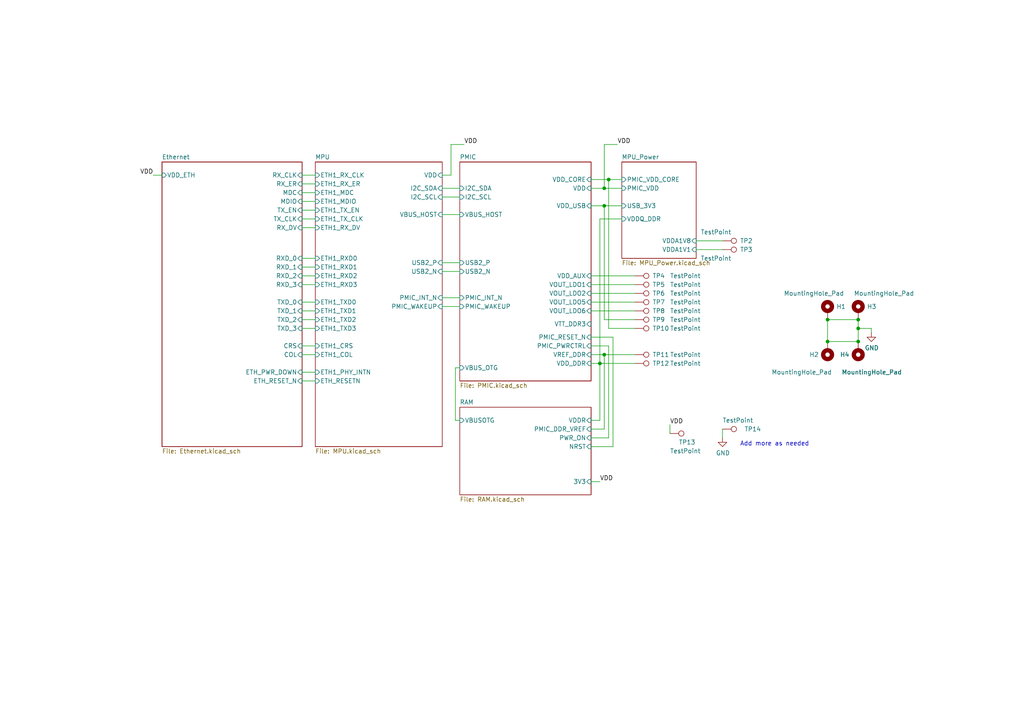
<source format=kicad_sch>
(kicad_sch (version 20211123) (generator eeschema)
  (paper "A4")
  (lib_symbols
    (symbol "Connector:TestPoint" (pin_numbers hide) (pin_names (offset 0.762) hide)
      (property "Reference" "TP" (at 0 6.858 0))
      (property "Value" "Connector_TestPoint" (at 0 5.08 0))
      (symbol "TestPoint_0_1"
        (circle (center 0 3.302) (radius 0.762))
      )
      (symbol "TestPoint_1_1"
        (pin passive line (at 0 0 90) (length 2.54) (name "1") (number "1"))
      )
    )
    (symbol "Mechanical:MountingHole_Pad" (pin_numbers hide) (pin_names (offset 1.016) hide)
      (property "Reference" "H" (at 0 6.35 0))
      (property "Value" "Mechanical_MountingHole_Pad" (at 0 4.445 0))
      (symbol "MountingHole_Pad_0_1"
        (circle (center 0 1.27) (radius 1.27) (stroke (width 1.27)))
      )
      (symbol "MountingHole_Pad_1_1"
        (pin input line (at 0 -2.54 90) (length 2.54) (name "1") (number "1"))
      )
    )
    (symbol "power:GND" (power) (pin_names (offset 0))
      (property "Value" "power_GND" (at 0 -3.81 0))
      (symbol "GND_0_1"
        (polyline (pts (xy 0 0) (xy 0 -1.27) (xy 1.27 -1.27) (xy 0 -2.54) (xy -1.27 -1.27) (xy 0 -1.27)))
      )
      (symbol "GND_1_1"
        (pin power_in line (at 0 0 270) (length 0) hide (name "GND") (number "1"))
      )
    )
  )
  (junction (at 248.92 95.25))
  (junction (at 240.03 99.06))
  (junction (at 248.92 99.06))
  (junction (at 175.26 59.69))
  (junction (at 175.26 102.87))
  (junction (at 176.53 52.07))
  (junction (at 173.99 105.41))
  (junction (at 240.03 92.71))
  (junction (at 248.92 92.71))
  (junction (at 175.26 54.61))
  (wire (pts (xy 176.53 127) (xy 176.53 100.33)))
  (wire (pts (xy 87.63 95.25) (xy 91.44 95.25)))
  (wire (pts (xy 87.63 82.55) (xy 91.44 82.55)))
  (wire (pts (xy 87.63 58.42) (xy 91.44 58.42)))
  (wire (pts (xy 87.63 60.96) (xy 91.44 60.96)))
  (wire (pts (xy 173.99 105.41) (xy 173.99 63.5)))
  (wire (pts (xy 176.53 52.07) (xy 180.34 52.07)))
  (wire (pts (xy 128.27 57.15) (xy 133.35 57.15)))
  (wire (pts (xy 87.63 107.95) (xy 91.44 107.95)))
  (wire (pts (xy 132.08 106.68) (xy 132.08 121.92)))
  (wire (pts (xy 175.26 54.61) (xy 180.34 54.61)))
  (wire (pts (xy 248.92 95.25) (xy 252.73 95.25)))
  (wire (pts (xy 133.35 62.23) (xy 128.27 62.23)))
  (wire (pts (xy 171.45 85.09) (xy 184.15 85.09)))
  (wire (pts (xy 87.63 77.47) (xy 91.44 77.47)))
  (wire (pts (xy 171.45 82.55) (xy 184.15 82.55)))
  (wire (pts (xy 134.62 41.91) (xy 130.81 41.91)))
  (wire (pts (xy 87.63 55.88) (xy 91.44 55.88)))
  (wire (pts (xy 173.99 63.5) (xy 180.34 63.5)))
  (wire (pts (xy 171.45 59.69) (xy 175.26 59.69)))
  (wire (pts (xy 175.26 59.69) (xy 180.34 59.69)))
  (wire (pts (xy 248.92 92.71) (xy 240.03 92.71)))
  (wire (pts (xy 87.63 66.04) (xy 91.44 66.04)))
  (wire (pts (xy 173.99 105.41) (xy 184.15 105.41)))
  (wire (pts (xy 87.63 100.33) (xy 91.44 100.33)))
  (wire (pts (xy 44.45 50.8) (xy 46.99 50.8)))
  (wire (pts (xy 248.92 95.25) (xy 248.92 92.71)))
  (wire (pts (xy 87.63 80.01) (xy 91.44 80.01)))
  (wire (pts (xy 171.45 127) (xy 176.53 127)))
  (wire (pts (xy 184.15 80.01) (xy 171.45 80.01)))
  (wire (pts (xy 240.03 99.06) (xy 248.92 99.06)))
  (wire (pts (xy 173.99 105.41) (xy 171.45 105.41)))
  (wire (pts (xy 175.26 92.71) (xy 175.26 59.69)))
  (wire (pts (xy 173.99 139.7) (xy 171.45 139.7)))
  (wire (pts (xy 171.45 129.54) (xy 177.8 129.54)))
  (wire (pts (xy 87.63 50.8) (xy 91.44 50.8)))
  (wire (pts (xy 171.45 87.63) (xy 184.15 87.63)))
  (wire (pts (xy 184.15 92.71) (xy 175.26 92.71)))
  (wire (pts (xy 128.27 50.8) (xy 130.81 50.8)))
  (wire (pts (xy 240.03 92.71) (xy 240.03 99.06)))
  (wire (pts (xy 132.08 121.92) (xy 133.35 121.92)))
  (wire (pts (xy 252.73 95.25) (xy 252.73 96.52)))
  (wire (pts (xy 177.8 97.79) (xy 171.45 97.79)))
  (wire (pts (xy 175.26 41.91) (xy 179.07 41.91)))
  (wire (pts (xy 87.63 110.49) (xy 91.44 110.49)))
  (wire (pts (xy 248.92 99.06) (xy 248.92 95.25)))
  (wire (pts (xy 177.8 129.54) (xy 177.8 97.79)))
  (wire (pts (xy 175.26 124.46) (xy 171.45 124.46)))
  (wire (pts (xy 171.45 102.87) (xy 175.26 102.87)))
  (wire (pts (xy 171.45 52.07) (xy 176.53 52.07)))
  (wire (pts (xy 171.45 54.61) (xy 175.26 54.61)))
  (wire (pts (xy 171.45 121.92) (xy 173.99 121.92)))
  (wire (pts (xy 184.15 90.17) (xy 171.45 90.17)))
  (wire (pts (xy 87.63 102.87) (xy 91.44 102.87)))
  (wire (pts (xy 209.55 124.46) (xy 209.55 127)))
  (wire (pts (xy 176.53 95.25) (xy 176.53 52.07)))
  (wire (pts (xy 87.63 87.63) (xy 91.44 87.63)))
  (wire (pts (xy 173.99 121.92) (xy 173.99 105.41)))
  (wire (pts (xy 184.15 95.25) (xy 176.53 95.25)))
  (wire (pts (xy 87.63 74.93) (xy 91.44 74.93)))
  (wire (pts (xy 209.55 72.39) (xy 201.93 72.39)))
  (wire (pts (xy 128.27 54.61) (xy 133.35 54.61)))
  (wire (pts (xy 87.63 53.34) (xy 91.44 53.34)))
  (wire (pts (xy 175.26 54.61) (xy 175.26 41.91)))
  (wire (pts (xy 128.27 76.2) (xy 133.35 76.2)))
  (wire (pts (xy 194.31 125.73) (xy 194.31 123.19)))
  (wire (pts (xy 130.81 41.91) (xy 130.81 50.8)))
  (wire (pts (xy 176.53 100.33) (xy 171.45 100.33)))
  (wire (pts (xy 175.26 102.87) (xy 175.26 124.46)))
  (wire (pts (xy 128.27 78.74) (xy 133.35 78.74)))
  (wire (pts (xy 87.63 90.17) (xy 91.44 90.17)))
  (wire (pts (xy 87.63 63.5) (xy 91.44 63.5)))
  (wire (pts (xy 128.27 86.36) (xy 133.35 86.36)))
  (wire (pts (xy 201.93 69.85) (xy 209.55 69.85)))
  (wire (pts (xy 175.26 102.87) (xy 184.15 102.87)))
  (wire (pts (xy 87.63 92.71) (xy 91.44 92.71)))
  (wire (pts (xy 133.35 106.68) (xy 132.08 106.68)))
  (wire (pts (xy 128.27 88.9) (xy 133.35 88.9)))
  (text "Add more as needed\n" (at 214.63 129.54 0) (effects (font (size 1.27 1.27)) (justify left bottom)))
  (label "VDD" (at 194.31 123.19 0))
  (label "VDD" (at 44.45 50.8 180))
  (label "VDD" (at 173.99 139.7 0))
  (label "VDD" (at 134.62 41.91 0))
  (label "VDD" (at 179.07 41.91 0))
  (symbol (lib_id "Mechanical:MountingHole_Pad") (at 248.92 90.17 0) (unit 1)
    (property "Reference" "H3" (at 251.46 88.9254 0) (effects (justify left)))
    (property "Value" "MountingHole_Pad" (at 247.65 85.09 0) (effects (justify left)))
    (property "Footprint" "MountingHole:MountingHole_2.5mm_Pad" (effects hide))
  )
  (symbol (lib_id "Mechanical:MountingHole_Pad") (at 240.03 101.6 180) (unit 1)
    (property "Reference" "H2" (at 237.49 102.8446 0) (effects (justify left)))
    (property "Value" "MountingHole_Pad" (at 241.3 107.95 0) (effects (justify left)))
    (property "Footprint" "MountingHole:MountingHole_2.5mm_Pad" (effects hide))
  )
  (symbol (lib_id "Mechanical:MountingHole_Pad") (at 248.92 101.6 180) (unit 1)
    (property "Reference" "H4" (at 246.38 102.8446 0) (effects (justify left)))
    (property "Value" "MountingHole_Pad" (at 261.62 107.95 0) (effects (justify left)))
    (property "Footprint" "MountingHole:MountingHole_2.5mm_Pad" (effects hide))
  )
  (symbol (lib_id "Mechanical:MountingHole_Pad") (at 240.03 90.17 0) (unit 1)
    (property "Reference" "H1" (at 242.57 88.9254 0) (effects (justify left)))
    (property "Value" "MountingHole_Pad" (at 227.33 85.09 0) (effects (justify left)))
    (property "Footprint" "MountingHole:MountingHole_2.5mm_Pad" (effects hide))
  )
  (symbol (lib_id "power:GND") (at 252.73 96.52 0) (unit 1)
    (property "Reference" "#PWR032" (effects hide))
    (property "Value" "GND" (at 252.857 100.9142 0))
  )
  (symbol (lib_id "Connector:TestPoint") (at 209.55 69.85 270) (unit 1)
    (property "Reference" "TP2" (at 214.63 69.85 90) (effects (justify left)))
    (property "Value" "TestPoint" (at 203.2 67.31 90) (effects (justify left)))
    (property "Footprint" "TestPoint:TestPoint_Pad_D2.0mm" (effects hide))
  )
  (symbol (lib_id "Connector:TestPoint") (at 209.55 72.39 270) (unit 1)
    (property "Reference" "TP3" (at 214.63 72.39 90) (effects (justify left)))
    (property "Value" "TestPoint" (at 203.2 74.93 90) (effects (justify left)))
    (property "Footprint" "TestPoint:TestPoint_Pad_D2.0mm" (effects hide))
  )
  (symbol (lib_id "Connector:TestPoint") (at 184.15 105.41 270) (unit 1)
    (property "Reference" "TP12" (at 189.23 105.41 90) (effects (justify left)))
    (property "Value" "TestPoint" (at 194.31 105.41 90) (effects (justify left)))
    (property "Footprint" "TestPoint:TestPoint_Pad_D2.0mm" (effects hide))
  )
  (symbol (lib_id "Connector:TestPoint") (at 184.15 102.87 270) (unit 1)
    (property "Reference" "TP11" (at 189.23 102.87 90) (effects (justify left)))
    (property "Value" "TestPoint" (at 194.31 102.87 90) (effects (justify left)))
    (property "Footprint" "TestPoint:TestPoint_Pad_D2.0mm" (effects hide))
  )
  (symbol (lib_id "Connector:TestPoint") (at 184.15 87.63 270) (unit 1)
    (property "Reference" "TP7" (at 189.23 87.63 90) (effects (justify left)))
    (property "Value" "TestPoint" (at 194.31 87.63 90) (effects (justify left)))
    (property "Footprint" "TestPoint:TestPoint_Pad_D2.0mm" (effects hide))
  )
  (symbol (lib_id "Connector:TestPoint") (at 184.15 90.17 270) (unit 1)
    (property "Reference" "TP8" (at 189.23 90.17 90) (effects (justify left)))
    (property "Value" "TestPoint" (at 194.31 90.17 90) (effects (justify left)))
    (property "Footprint" "TestPoint:TestPoint_Pad_D2.0mm" (effects hide))
  )
  (symbol (lib_id "Connector:TestPoint") (at 184.15 82.55 270) (unit 1)
    (property "Reference" "TP5" (at 189.23 82.55 90) (effects (justify left)))
    (property "Value" "TestPoint" (at 194.31 82.55 90) (effects (justify left)))
    (property "Footprint" "TestPoint:TestPoint_Pad_D2.0mm" (effects hide))
  )
  (symbol (lib_id "Connector:TestPoint") (at 184.15 85.09 270) (unit 1)
    (property "Reference" "TP6" (at 189.23 85.09 90) (effects (justify left)))
    (property "Value" "TestPoint" (at 194.31 85.09 90) (effects (justify left)))
    (property "Footprint" "TestPoint:TestPoint_Pad_D2.0mm" (effects hide))
  )
  (symbol (lib_id "Connector:TestPoint") (at 184.15 80.01 270) (unit 1)
    (property "Reference" "TP4" (at 189.23 80.01 90) (effects (justify left)))
    (property "Value" "TestPoint" (at 194.31 80.01 90) (effects (justify left)))
    (property "Footprint" "TestPoint:TestPoint_Pad_D2.0mm" (effects hide))
  )
  (symbol (lib_id "Connector:TestPoint") (at 194.31 125.73 270) (unit 1)
    (property "Reference" "TP13" (at 196.85 128.27 90) (effects (justify left)))
    (property "Value" "TestPoint" (at 194.31 130.81 90) (effects (justify left)))
    (property "Footprint" "TestPoint:TestPoint_Pad_D2.0mm" (effects hide))
  )
  (symbol (lib_id "power:GND") (at 209.55 127 0) (unit 1)
    (property "Reference" "#PWR040" (effects hide))
    (property "Value" "GND" (at 209.677 131.3942 0))
  )
  (symbol (lib_id "Connector:TestPoint") (at 209.55 124.46 270) (unit 1)
    (property "Reference" "TP14" (at 215.9 124.46 90) (effects (justify left)))
    (property "Value" "TestPoint" (at 209.55 121.92 90) (effects (justify left)))
    (property "Footprint" "TestPoint:TestPoint_Pad_D2.0mm" (effects hide))
  )
  (symbol (lib_id "Connector:TestPoint") (at 184.15 92.71 270) (unit 1)
    (property "Reference" "TP9" (at 189.23 92.71 90) (effects (justify left)))
    (property "Value" "TestPoint" (at 194.31 92.71 90) (effects (justify left)))
    (property "Footprint" "TestPoint:TestPoint_Pad_D2.0mm" (effects hide))
  )
  (symbol (lib_id "Connector:TestPoint") (at 184.15 95.25 270) (unit 1)
    (property "Reference" "TP10" (at 189.23 95.25 90) (effects (justify left)))
    (property "Value" "TestPoint" (at 194.31 95.25 90) (effects (justify left)))
    (property "Footprint" "TestPoint:TestPoint_Pad_D2.0mm" (effects hide))
  )
  (sheet (at 91.44 46.99) (size 36.83 82.55)
    (property "Sheet name" "MPU" (at 91.44 46.2784 0) (effects (justify left bottom)))
    (property "Sheet file" "MPU.kicad_sch" (at 91.44 130.1246 0) (effects (justify left top)))
    (pin "ETH1_CRS" input (at 91.44 100.33 180))
    (pin "ETH1_RX_CLK" input (at 91.44 50.8 180))
    (pin "ETH1_MDIO" input (at 91.44 58.42 180))
    (pin "ETH1_COL" input (at 91.44 102.87 180))
    (pin "ETH1_RX_DV" input (at 91.44 66.04 180))
    (pin "ETH1_RXD2" input (at 91.44 80.01 180))
    (pin "ETH1_RXD3" input (at 91.44 82.55 180))
    (pin "ETH1_RX_ER" input (at 91.44 53.34 180))
    (pin "ETH1_TX_EN" input (at 91.44 60.96 180))
    (pin "ETH1_TXD1" input (at 91.44 90.17 180))
    (pin "ETH1_MDC" input (at 91.44 55.88 180))
    (pin "ETH1_TXD2" input (at 91.44 92.71 180))
    (pin "ETH1_TX_CLK" input (at 91.44 63.5 180))
    (pin "ETH1_RXD0" input (at 91.44 74.93 180))
    (pin "ETH1_RXD1" input (at 91.44 77.47 180))
    (pin "ETH1_TXD3" input (at 91.44 95.25 180))
    (pin "ETH1_PHY_INTN" input (at 91.44 107.95 180))
    (pin "ETH1_TXD0" input (at 91.44 87.63 180))
    (pin "I2C_SCL" input (at 128.27 57.15 0))
    (pin "I2C_SDA" input (at 128.27 54.61 0))
    (pin "VBUS_HOST" input (at 128.27 62.23 0))
    (pin "USB2_P" input (at 128.27 76.2 0))
    (pin "USB2_N" input (at 128.27 78.74 0))
    (pin "ETH_RESETN" input (at 91.44 110.49 180))
    (pin "VDD" input (at 128.27 50.8 0))
    (pin "PMIC_WAKEUP" input (at 128.27 88.9 0))
    (pin "PMIC_INT_N" input (at 128.27 86.36 0))
  )
  (sheet (at 180.34 46.99) (size 21.59 27.94)
    (property "Sheet name" "MPU_Power" (at 180.34 46.2784 0) (effects (justify left bottom)))
    (property "Sheet file" "MPU_Power.kicad_sch" (at 180.34 75.5146 0) (effects (justify left top)))
    (pin "PMIC_VDD" input (at 180.34 54.61 180))
    (pin "PMIC_VDD_CORE" input (at 180.34 52.07 180))
    (pin "USB_3V3" input (at 180.34 59.69 180))
    (pin "VDDQ_DDR" input (at 180.34 63.5 180))
    (pin "VDDA1V1" input (at 201.93 72.39 0))
    (pin "VDDA1V8" input (at 201.93 69.85 0))
  )
  (sheet (at 133.35 118.11) (size 38.1 25.4)
    (property "Sheet name" "RAM" (at 133.35 117.3984 0) (effects (justify left bottom)))
    (property "Sheet file" "RAM.kicad_sch" (at 133.35 144.0946 0) (effects (justify left top)))
    (pin "VDDR" input (at 171.45 121.92 0))
    (pin "PMIC_DDR_VREF" input (at 171.45 124.46 0))
    (pin "PWR_ON" input (at 171.45 127 0))
    (pin "VBUSOTG" input (at 133.35 121.92 180))
    (pin "NRST" input (at 171.45 129.54 0))
    (pin "3V3" input (at 171.45 139.7 0))
  )
  (sheet (at 46.99 46.99) (size 40.64 82.55)
    (property "Sheet name" "Ethernet" (at 46.99 46.2784 0) (effects (justify left bottom)))
    (property "Sheet file" "Ethernet.kicad_sch" (at 46.99 130.1246 0) (effects (justify left top)))
    (pin "TXD_0" input (at 87.63 87.63 0))
    (pin "TXD_1" input (at 87.63 90.17 0))
    (pin "TXD_2" input (at 87.63 92.71 0))
    (pin "TXD_3" input (at 87.63 95.25 0))
    (pin "TX_CLK" input (at 87.63 63.5 0))
    (pin "TX_EN" input (at 87.63 60.96 0))
    (pin "RXD_0" input (at 87.63 74.93 0))
    (pin "RXD_1" input (at 87.63 77.47 0))
    (pin "RXD_2" input (at 87.63 80.01 0))
    (pin "RXD_3" input (at 87.63 82.55 0))
    (pin "RX_CLK" input (at 87.63 50.8 0))
    (pin "RX_ER" input (at 87.63 53.34 0))
    (pin "RX_DV" input (at 87.63 66.04 0))
    (pin "MDIO" input (at 87.63 58.42 0))
    (pin "MDC" input (at 87.63 55.88 0))
    (pin "ETH_RESET_N" input (at 87.63 110.49 0))
    (pin "ETH_PWR_DOWN" input (at 87.63 107.95 0))
    (pin "VDD_ETH" input (at 46.99 50.8 180))
    (pin "CRS" input (at 87.63 100.33 0))
    (pin "COL" input (at 87.63 102.87 0))
  )
  (sheet (at 133.35 46.99) (size 38.1 63.5)
    (property "Sheet name" "PMIC" (at 133.35 46.2784 0) (effects (justify left bottom)))
    (property "Sheet file" "PMIC.kicad_sch" (at 133.35 111.0746 0) (effects (justify left top)))
    (pin "I2C_SDA" input (at 133.35 54.61 180))
    (pin "I2C_SCL" input (at 133.35 57.15 180))
    (pin "VBUS_HOST" input (at 133.35 62.23 180))
    (pin "VTT_DDR3" input (at 171.45 93.98 0))
    (pin "VREF_DDR" input (at 171.45 102.87 0))
    (pin "VOUT_LDO2" input (at 171.45 85.09 0))
    (pin "VOUT_LDO1" input (at 171.45 82.55 0))
    (pin "VOUT_LDO5" input (at 171.45 87.63 0))
    (pin "VOUT_LDO6" input (at 171.45 90.17 0))
    (pin "VDD_CORE" input (at 171.45 52.07 0))
    (pin "VDD" input (at 171.45 54.61 0))
    (pin "VDD_AUX" input (at 171.45 80.01 0))
    (pin "VDD_DDR" input (at 171.45 105.41 0))
    (pin "VDD_USB" input (at 171.45 59.69 0))
    (pin "PMIC_RESET_N" input (at 171.45 97.79 0))
    (pin "PMIC_WAKEUP" input (at 133.35 88.9 180))
    (pin "PMIC_INT_N" input (at 133.35 86.36 180))
    (pin "PMIC_PWRCTRL" input (at 171.45 100.33 0))
    (pin "VBUS_OTG" input (at 133.35 106.68 180))
    (pin "USB2_P" input (at 133.35 76.2 180))
    (pin "USB2_N" input (at 133.35 78.74 180))
  )
)
</source>
